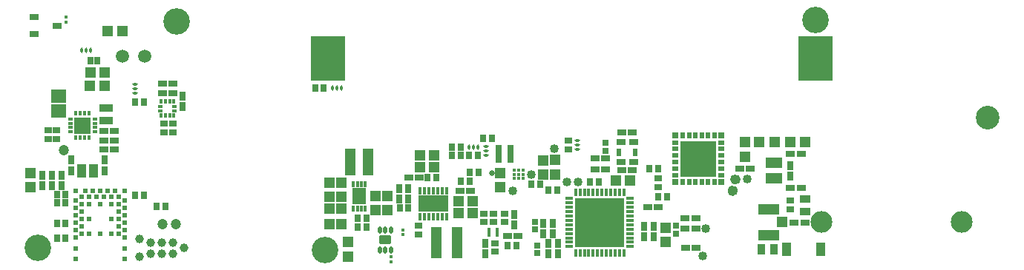
<source format=gts>
G04*
G04 #@! TF.GenerationSoftware,Altium Limited,Altium NEXUS,3.1.14 (81)*
G04*
G04 Layer_Color=8388736*
%FSLAX25Y25*%
%MOIN*%
G70*
G04*
G04 #@! TF.SameCoordinates,8D934BE8-6637-419B-8715-06A4025A7093*
G04*
G04*
G04 #@! TF.FilePolarity,Negative*
G04*
G01*
G75*
%ADD71C,0.02400*%
%ADD72R,0.03950X0.03162*%
%ADD73C,0.00787*%
%ADD74C,0.00800*%
%ADD75R,0.02205X0.02795*%
%ADD76R,0.02795X0.02598*%
%ADD77R,0.02795X0.02205*%
%ADD78R,0.15886X0.15886*%
%ADD79R,0.02965X0.03359*%
%ADD80R,0.04147X0.06312*%
%ADD81R,0.03359X0.02965*%
%ADD82R,0.03517X0.04816*%
%ADD83R,0.09449X0.04921*%
%ADD84R,0.04921X0.04724*%
%ADD85R,0.04737X0.05131*%
%ADD86R,0.04816X0.03517*%
%ADD87C,0.11874*%
%ADD88R,0.05131X0.04737*%
%ADD89R,0.07729X0.04816*%
%ADD90R,0.04737X0.04737*%
%ADD91R,0.03162X0.03950*%
%ADD92C,0.04737*%
%ADD93R,0.03950X0.05918*%
%ADD94R,0.02175X0.02175*%
%ADD95R,0.22447X0.22447*%
%ADD96O,0.01502X0.03747*%
%ADD97O,0.03747X0.01502*%
%ADD98C,0.03898*%
%ADD99R,0.02769X0.02769*%
%ADD100R,0.02493X0.03556*%
%ADD101R,0.04048X0.02769*%
%ADD102R,0.04737X0.04737*%
G04:AMPARAMS|DCode=103|XSize=23.35mil|YSize=13.91mil|CornerRadius=5.48mil|HoleSize=0mil|Usage=FLASHONLY|Rotation=180.000|XOffset=0mil|YOffset=0mil|HoleType=Round|Shape=RoundedRectangle|*
%AMROUNDEDRECTD103*
21,1,0.02335,0.00295,0,0,180.0*
21,1,0.01240,0.01391,0,0,180.0*
1,1,0.01095,-0.00620,0.00148*
1,1,0.01095,0.00620,0.00148*
1,1,0.01095,0.00620,-0.00148*
1,1,0.01095,-0.00620,-0.00148*
%
%ADD103ROUNDEDRECTD103*%
%ADD104R,0.01602X0.02114*%
%ADD105R,0.02114X0.01602*%
%ADD106R,0.06706X0.05918*%
%ADD107R,0.06312X0.03753*%
%ADD108R,0.01581X0.02447*%
%ADD109R,0.02447X0.01581*%
%ADD110R,0.07487X0.07487*%
%ADD111R,0.01561X0.01167*%
%ADD112R,0.03162X0.07887*%
%ADD113C,0.01581*%
%ADD114R,0.01817X0.01739*%
G04:AMPARAMS|DCode=115|XSize=55.24mil|YSize=37.53mil|CornerRadius=5.92mil|HoleSize=0mil|Usage=FLASHONLY|Rotation=0.000|XOffset=0mil|YOffset=0mil|HoleType=Round|Shape=RoundedRectangle|*
%AMROUNDEDRECTD115*
21,1,0.05524,0.02569,0,0,0.0*
21,1,0.04341,0.03753,0,0,0.0*
1,1,0.01184,0.02170,-0.01284*
1,1,0.01184,-0.02170,-0.01284*
1,1,0.01184,-0.02170,0.01284*
1,1,0.01184,0.02170,0.01284*
%
%ADD115ROUNDEDRECTD115*%
G04:AMPARAMS|DCode=116|XSize=17.84mil|YSize=31.62mil|CornerRadius=5.97mil|HoleSize=0mil|Usage=FLASHONLY|Rotation=0.000|XOffset=0mil|YOffset=0mil|HoleType=Round|Shape=RoundedRectangle|*
%AMROUNDEDRECTD116*
21,1,0.01784,0.01968,0,0,0.0*
21,1,0.00591,0.03162,0,0,0.0*
1,1,0.01194,0.00295,-0.00984*
1,1,0.01194,-0.00295,-0.00984*
1,1,0.01194,-0.00295,0.00984*
1,1,0.01194,0.00295,0.00984*
%
%ADD116ROUNDEDRECTD116*%
%ADD117R,0.01584X0.03356*%
%ADD118R,0.13592X0.07293*%
%ADD119R,0.04658X0.14186*%
%ADD120R,0.04737X0.12217*%
%ADD121R,0.01384X0.03156*%
%ADD122R,0.06118X0.07299*%
G04:AMPARAMS|DCode=123|XSize=23.35mil|YSize=13.91mil|CornerRadius=5.48mil|HoleSize=0mil|Usage=FLASHONLY|Rotation=90.000|XOffset=0mil|YOffset=0mil|HoleType=Round|Shape=RoundedRectangle|*
%AMROUNDEDRECTD123*
21,1,0.02335,0.00295,0,0,90.0*
21,1,0.01240,0.01391,0,0,90.0*
1,1,0.01095,0.00148,0.00620*
1,1,0.01095,0.00148,-0.00620*
1,1,0.01095,-0.00148,-0.00620*
1,1,0.01095,-0.00148,0.00620*
%
%ADD123ROUNDEDRECTD123*%
%ADD124R,0.02669X0.03456*%
%ADD125R,0.04147X0.03162*%
%ADD126R,0.15800X0.20485*%
%ADD127C,0.04000*%
%ADD128C,0.05918*%
%ADD129C,0.01600*%
%ADD130C,0.09800*%
%ADD131C,0.02600*%
%ADD132C,0.10642*%
%ADD133C,0.02769*%
D71*
X321572Y33968D02*
G03*
X321572Y33968I-1100J0D01*
G01*
Y33748D02*
G03*
X321572Y33748I-1100J0D01*
G01*
X322864Y38976D02*
G03*
X322864Y38976I-1100J0D01*
G01*
X322643D02*
G03*
X322643Y38976I-1100J0D01*
G01*
D72*
X328346Y43701D02*
D03*
X323622D02*
D03*
X348130Y19505D02*
D03*
X352854D02*
D03*
X346457Y50394D02*
D03*
X351181D02*
D03*
X282283Y26326D02*
D03*
X287008D02*
D03*
X299213Y8268D02*
D03*
X303937D02*
D03*
X299138Y16945D02*
D03*
X303862D02*
D03*
X299138Y21453D02*
D03*
X303862D02*
D03*
X351181Y35039D02*
D03*
X346457D02*
D03*
X263386Y43307D02*
D03*
X258661D02*
D03*
X263386Y48425D02*
D03*
X258661D02*
D03*
X270669Y60236D02*
D03*
X275394D02*
D03*
X275487Y43153D02*
D03*
X270762D02*
D03*
X64325Y77885D02*
D03*
X69050D02*
D03*
X64325Y81985D02*
D03*
X69050D02*
D03*
X37878Y52413D02*
D03*
X42602D02*
D03*
X37931Y56586D02*
D03*
X42656D02*
D03*
X37894Y60786D02*
D03*
X42618D02*
D03*
X224016Y13386D02*
D03*
X219291D02*
D03*
X174851Y39656D02*
D03*
X179576D02*
D03*
X202576Y33944D02*
D03*
X197851D02*
D03*
D73*
X320472Y35688D02*
D03*
Y32028D02*
D03*
D74*
X323483Y38976D02*
D03*
X319824D02*
D03*
D75*
X312250Y37778D02*
D03*
X309395D02*
D03*
X306541D02*
D03*
X303683D02*
D03*
X300828D02*
D03*
X297974D02*
D03*
X312250Y58645D02*
D03*
X309395D02*
D03*
X306541D02*
D03*
X303683D02*
D03*
X300828D02*
D03*
X297974D02*
D03*
D76*
X294777Y37778D02*
D03*
X315446D02*
D03*
Y58645D02*
D03*
X294777D02*
D03*
D77*
X315446Y40830D02*
D03*
X294777D02*
D03*
X315446Y43782D02*
D03*
X294777D02*
D03*
X315446Y46735D02*
D03*
X294777D02*
D03*
X315446Y49688D02*
D03*
X294777D02*
D03*
X315446Y52641D02*
D03*
X294777D02*
D03*
X315446Y55593D02*
D03*
X294777D02*
D03*
D78*
X305112Y48212D02*
D03*
D79*
X290945Y31176D02*
D03*
X287008D02*
D03*
X287008Y43701D02*
D03*
X283071D02*
D03*
X198311Y49656D02*
D03*
X194375D02*
D03*
X241732Y34252D02*
D03*
X237795D02*
D03*
X256456Y37653D02*
D03*
X260393D02*
D03*
X55905Y73854D02*
D03*
X51968D02*
D03*
X51968Y31890D02*
D03*
X55905D02*
D03*
X61811Y26772D02*
D03*
X65748D02*
D03*
X20800Y32177D02*
D03*
X16863D02*
D03*
X20800Y28477D02*
D03*
X16863D02*
D03*
X16863Y19077D02*
D03*
X20800D02*
D03*
X16863Y12477D02*
D03*
X20800D02*
D03*
X219291Y9055D02*
D03*
X223228D02*
D03*
X230094Y36729D02*
D03*
X234031D02*
D03*
X174782Y26209D02*
D03*
X170845D02*
D03*
X202245Y42000D02*
D03*
X206182D02*
D03*
X187282Y39656D02*
D03*
X183345D02*
D03*
X198245Y38165D02*
D03*
X202182D02*
D03*
X156069Y21400D02*
D03*
X152131D02*
D03*
X152131Y17500D02*
D03*
X156069D02*
D03*
X194376Y53365D02*
D03*
X198313D02*
D03*
X208268Y57480D02*
D03*
X212205D02*
D03*
X205882Y49656D02*
D03*
X201945D02*
D03*
X132832Y80200D02*
D03*
X136768D02*
D03*
D80*
X360039Y7498D02*
D03*
X344685D02*
D03*
D81*
X346358Y29528D02*
D03*
Y25591D02*
D03*
X287008Y39469D02*
D03*
Y35531D02*
D03*
X16518Y57245D02*
D03*
Y61182D02*
D03*
X12854Y57261D02*
D03*
Y61198D02*
D03*
X246527Y56422D02*
D03*
Y52485D02*
D03*
X68898Y60236D02*
D03*
Y64173D02*
D03*
X64961Y60236D02*
D03*
Y64173D02*
D03*
X213779Y10236D02*
D03*
Y6299D02*
D03*
X218134Y23591D02*
D03*
Y19654D02*
D03*
X212934Y23581D02*
D03*
Y19644D02*
D03*
X208661Y19685D02*
D03*
Y23622D02*
D03*
X179213Y18124D02*
D03*
Y14187D02*
D03*
D82*
X333465Y7498D02*
D03*
X338976D02*
D03*
D83*
X336612Y13878D02*
D03*
Y25492D02*
D03*
D84*
X342616Y19685D02*
D03*
D85*
X325984Y49016D02*
D03*
Y55709D02*
D03*
X240594Y41082D02*
D03*
Y47775D02*
D03*
X139405Y25644D02*
D03*
Y18951D02*
D03*
X144664Y18948D02*
D03*
Y25641D02*
D03*
X147600Y10947D02*
D03*
Y4253D02*
D03*
D86*
X352854Y24624D02*
D03*
Y30135D02*
D03*
D87*
X70500Y110100D02*
D03*
X137200Y7081D02*
D03*
X8215Y8100D02*
D03*
X357600Y110900D02*
D03*
D88*
X352953Y55905D02*
D03*
X346260D02*
D03*
X332480D02*
D03*
X339173D02*
D03*
X46260Y105905D02*
D03*
X39567D02*
D03*
X38386Y81102D02*
D03*
X31693D02*
D03*
D89*
X338878Y39449D02*
D03*
Y46457D02*
D03*
D90*
X290256Y17150D02*
D03*
Y10850D02*
D03*
X5118Y35433D02*
D03*
Y41732D02*
D03*
X139298Y37470D02*
D03*
Y31171D02*
D03*
X235294Y47578D02*
D03*
Y41279D02*
D03*
X216139Y41850D02*
D03*
Y35550D02*
D03*
X160143Y25211D02*
D03*
Y31510D02*
D03*
X165443Y25211D02*
D03*
Y31510D02*
D03*
X144657Y37477D02*
D03*
Y31178D02*
D03*
D91*
X38189Y42913D02*
D03*
Y47638D02*
D03*
X23228D02*
D03*
Y42913D02*
D03*
X346457Y45125D02*
D03*
Y40401D02*
D03*
X285039Y17717D02*
D03*
Y12992D02*
D03*
X280709Y17717D02*
D03*
Y12992D02*
D03*
X242126Y10236D02*
D03*
Y5512D02*
D03*
X237795Y10236D02*
D03*
Y5512D02*
D03*
X235433Y19291D02*
D03*
Y14567D02*
D03*
X239764Y19291D02*
D03*
Y14567D02*
D03*
X73450Y71713D02*
D03*
Y76437D02*
D03*
X18898Y40945D02*
D03*
Y36220D02*
D03*
X14567Y40945D02*
D03*
Y36220D02*
D03*
X10236Y40945D02*
D03*
Y36220D02*
D03*
X222441Y18504D02*
D03*
Y23228D02*
D03*
X209449Y5512D02*
D03*
Y10236D02*
D03*
X170713Y30148D02*
D03*
Y34872D02*
D03*
X174813Y30093D02*
D03*
Y34818D02*
D03*
D92*
X20079Y51968D02*
D03*
X70472Y18898D02*
D03*
X64440Y18948D02*
D03*
D93*
X33465Y42913D02*
D03*
X27953D02*
D03*
D94*
X41398Y31116D02*
D03*
X34705D02*
D03*
X38051D02*
D03*
X39724Y33675D02*
D03*
X29685D02*
D03*
X33031D02*
D03*
X36378D02*
D03*
X43071D02*
D03*
X36378Y14384D02*
D03*
X31358D02*
D03*
X44744Y31116D02*
D03*
Y27770D02*
D03*
Y24423D02*
D03*
Y21077D02*
D03*
Y17730D02*
D03*
Y14384D02*
D03*
X47303Y33675D02*
D03*
Y29443D02*
D03*
Y26096D02*
D03*
Y22750D02*
D03*
Y19403D02*
D03*
Y16057D02*
D03*
Y12711D02*
D03*
Y7888D02*
D03*
Y3065D02*
D03*
X31358Y31116D02*
D03*
X28012D02*
D03*
X25453Y29443D02*
D03*
Y26096D02*
D03*
X28012Y24423D02*
D03*
X25453Y33675D02*
D03*
X28012Y27770D02*
D03*
X25453Y22750D02*
D03*
Y19403D02*
D03*
Y16057D02*
D03*
Y12711D02*
D03*
Y3065D02*
D03*
X41398Y21077D02*
D03*
X36378Y27770D02*
D03*
X31358Y21077D02*
D03*
X28012D02*
D03*
Y17730D02*
D03*
Y14384D02*
D03*
X25453Y7888D02*
D03*
X41398Y14384D02*
D03*
Y27770D02*
D03*
X31358D02*
D03*
D95*
X260743Y19505D02*
D03*
D96*
X249917Y33187D02*
D03*
X251885D02*
D03*
X253854D02*
D03*
X255822D02*
D03*
X257791D02*
D03*
X259759D02*
D03*
X261728D02*
D03*
X263696D02*
D03*
X265665D02*
D03*
X267633D02*
D03*
X269602D02*
D03*
X271570D02*
D03*
Y5824D02*
D03*
X269602D02*
D03*
X267633D02*
D03*
X265665D02*
D03*
X263696D02*
D03*
X261728D02*
D03*
X259759D02*
D03*
X257791D02*
D03*
X255822D02*
D03*
X253854D02*
D03*
X251885D02*
D03*
X249917D02*
D03*
D97*
X274425Y30332D02*
D03*
Y28364D02*
D03*
Y26395D02*
D03*
Y24427D02*
D03*
Y22458D02*
D03*
Y20490D02*
D03*
Y18521D02*
D03*
Y16553D02*
D03*
Y14584D02*
D03*
Y12616D02*
D03*
Y10647D02*
D03*
Y8679D02*
D03*
X247062D02*
D03*
Y10647D02*
D03*
Y12616D02*
D03*
Y14584D02*
D03*
Y16553D02*
D03*
Y18521D02*
D03*
Y20490D02*
D03*
Y22458D02*
D03*
Y24427D02*
D03*
Y26395D02*
D03*
Y28364D02*
D03*
Y30332D02*
D03*
D98*
X69100Y10522D02*
D03*
X64100D02*
D03*
X59100D02*
D03*
Y5522D02*
D03*
X64100D02*
D03*
X69100D02*
D03*
X74100Y8022D02*
D03*
X54100Y4022D02*
D03*
Y12022D02*
D03*
D99*
X294956Y14591D02*
D03*
Y18134D02*
D03*
X232677Y5709D02*
D03*
Y9252D02*
D03*
X231496Y16339D02*
D03*
Y19882D02*
D03*
X263386Y55315D02*
D03*
Y51772D02*
D03*
D100*
X269443Y51253D02*
D03*
X276806D02*
D03*
D101*
X276026Y55780D02*
D03*
X270221D02*
D03*
Y46725D02*
D03*
X276026D02*
D03*
D102*
X274164Y38446D02*
D03*
X267864D02*
D03*
X197364Y29155D02*
D03*
X203663D02*
D03*
X197364Y23855D02*
D03*
X203663D02*
D03*
X186363Y44465D02*
D03*
X180064D02*
D03*
X186363Y49765D02*
D03*
X180064D02*
D03*
X31890Y87008D02*
D03*
X38189D02*
D03*
D103*
X250727Y52485D02*
D03*
Y54454D02*
D03*
Y56422D02*
D03*
X51966Y77953D02*
D03*
Y79921D02*
D03*
Y81890D02*
D03*
X209613Y49696D02*
D03*
Y51665D02*
D03*
Y53633D02*
D03*
D104*
X63585Y67658D02*
D03*
X65553D02*
D03*
X67522D02*
D03*
X69490D02*
D03*
Y74075D02*
D03*
X67522D02*
D03*
X65553D02*
D03*
X63585D02*
D03*
D105*
X69746Y69882D02*
D03*
Y71850D02*
D03*
X63329Y69882D02*
D03*
Y71850D02*
D03*
D106*
X17772Y76560D02*
D03*
Y69867D02*
D03*
D107*
X39056Y65332D02*
D03*
Y71040D02*
D03*
D108*
X31309Y68758D02*
D03*
X29340D02*
D03*
X27372D02*
D03*
X25403D02*
D03*
Y57813D02*
D03*
X27372D02*
D03*
X29340D02*
D03*
X31309D02*
D03*
D109*
X22884Y66239D02*
D03*
Y64270D02*
D03*
Y62302D02*
D03*
Y60333D02*
D03*
X33828D02*
D03*
Y62302D02*
D03*
Y64270D02*
D03*
Y66239D02*
D03*
D110*
X28356Y63286D02*
D03*
D111*
X210865Y16497D02*
D03*
Y15119D02*
D03*
Y13741D02*
D03*
X214802Y15119D02*
D03*
Y13741D02*
D03*
Y16497D02*
D03*
D112*
X220752Y50485D02*
D03*
X215437D02*
D03*
D113*
X226398Y39313D02*
D03*
X224429D02*
D03*
X222461D02*
D03*
X226398Y41281D02*
D03*
X224429D02*
D03*
X222461D02*
D03*
X226398Y43250D02*
D03*
X224429D02*
D03*
X222461D02*
D03*
D114*
X172400Y13998D02*
D03*
Y16202D02*
D03*
X167018Y4102D02*
D03*
Y1898D02*
D03*
X20866Y109921D02*
D03*
Y112126D02*
D03*
D115*
X164459Y11728D02*
D03*
D116*
X161900Y16255D02*
D03*
X164459D02*
D03*
X167018D02*
D03*
Y7200D02*
D03*
X164459D02*
D03*
X161900D02*
D03*
D117*
X180032Y22285D02*
D03*
X182000D02*
D03*
X183969D02*
D03*
X185937D02*
D03*
X187906D02*
D03*
X189874D02*
D03*
X191843D02*
D03*
X180032Y33702D02*
D03*
X182000D02*
D03*
X183969D02*
D03*
X185937D02*
D03*
X187906D02*
D03*
X189874D02*
D03*
X191843D02*
D03*
D118*
X185937Y27993D02*
D03*
D119*
X187448Y10356D02*
D03*
X196779D02*
D03*
D120*
X156752Y46850D02*
D03*
X148760D02*
D03*
D121*
X155423Y36824D02*
D03*
X153652D02*
D03*
X151880D02*
D03*
X150108D02*
D03*
X155423Y25800D02*
D03*
X153652D02*
D03*
X151880D02*
D03*
X150108D02*
D03*
D122*
X152766Y31312D02*
D03*
D123*
X205882Y53450D02*
D03*
X203913D02*
D03*
X201945D02*
D03*
X27953Y97244D02*
D03*
X29921D02*
D03*
X31890D02*
D03*
X144569Y80200D02*
D03*
X142600D02*
D03*
X140631D02*
D03*
D124*
X31988Y92520D02*
D03*
X34941D02*
D03*
D125*
X6791Y112008D02*
D03*
Y104528D02*
D03*
X16831Y108268D02*
D03*
D126*
X357549Y93300D02*
D03*
X138514D02*
D03*
D127*
X326960Y39021D02*
D03*
X308268Y16945D02*
D03*
X245860Y37700D02*
D03*
X251060D02*
D03*
X307087Y4331D02*
D03*
X230094Y41281D02*
D03*
X221654Y33858D02*
D03*
X240158Y52756D02*
D03*
D128*
X56181Y94488D02*
D03*
X46181D02*
D03*
D129*
X299600Y53723D02*
D03*
X302356D02*
D03*
X299600Y50967D02*
D03*
X302356D02*
D03*
X299600Y42700D02*
D03*
Y45456D02*
D03*
X302356Y42700D02*
D03*
Y45456D02*
D03*
X310624Y42700D02*
D03*
X307868D02*
D03*
X310624Y45456D02*
D03*
X307868D02*
D03*
X310624Y53723D02*
D03*
X307868D02*
D03*
X310624Y50967D02*
D03*
X307868D02*
D03*
X310624Y48212D02*
D03*
X307868D02*
D03*
X299600D02*
D03*
X302356D02*
D03*
X305112Y53723D02*
D03*
Y50967D02*
D03*
Y42700D02*
D03*
Y45456D02*
D03*
Y48212D02*
D03*
D130*
X360236Y19685D02*
D03*
X423228Y19685D02*
D03*
D131*
X212205Y41732D02*
D03*
X268618Y11631D02*
D03*
X264680D02*
D03*
X260743D02*
D03*
X256806D02*
D03*
X252869D02*
D03*
X268618Y15568D02*
D03*
X264680D02*
D03*
X260743D02*
D03*
X256806D02*
D03*
X252869D02*
D03*
X268618Y19505D02*
D03*
X264680D02*
D03*
X260743D02*
D03*
X256806D02*
D03*
X252869D02*
D03*
X268618Y23442D02*
D03*
X264680D02*
D03*
X260743D02*
D03*
X256806D02*
D03*
X252869D02*
D03*
X268618Y27380D02*
D03*
X264680D02*
D03*
X260743D02*
D03*
X256806D02*
D03*
X252869D02*
D03*
X28356Y63286D02*
D03*
X182000Y26025D02*
D03*
Y29962D02*
D03*
X185937Y26025D02*
D03*
Y29962D02*
D03*
X189874Y26025D02*
D03*
Y29962D02*
D03*
D132*
X435039Y66929D02*
D03*
D133*
X164459Y11728D02*
D03*
X152766Y33280D02*
D03*
Y29343D02*
D03*
M02*

</source>
